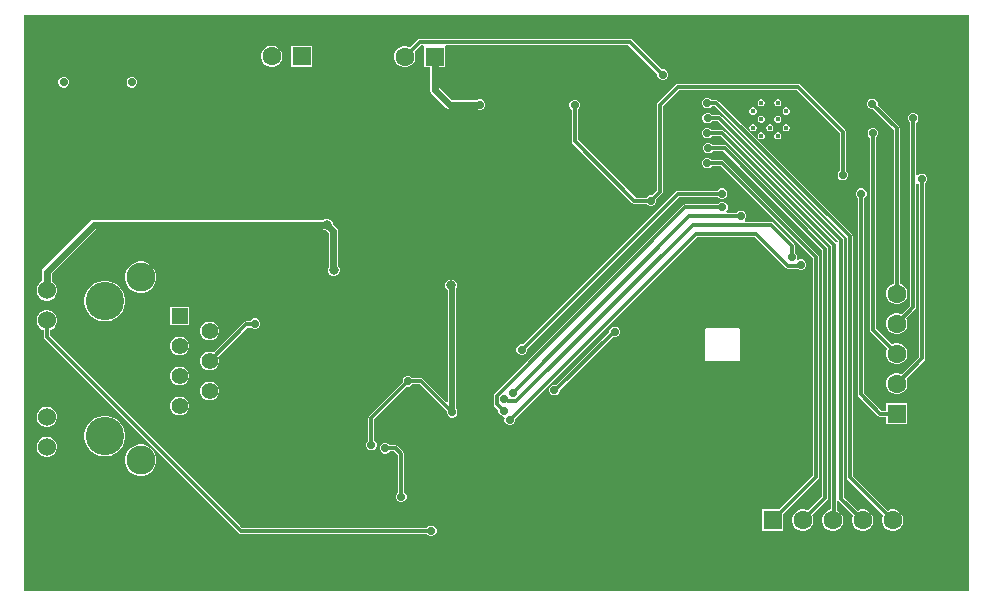
<source format=gbl>
G04*
G04 #@! TF.GenerationSoftware,Altium Limited,Altium Designer,24.9.1 (31)*
G04*
G04 Layer_Physical_Order=2*
G04 Layer_Color=16711680*
%FSTAX44Y44*%
%MOMM*%
G71*
G04*
G04 #@! TF.SameCoordinates,77538C0C-0C9F-436E-B66A-60309351D6FF*
G04*
G04*
G04 #@! TF.FilePolarity,Positive*
G04*
G01*
G75*
%ADD11C,0.3000*%
%ADD58C,0.6000*%
%ADD61C,0.5000*%
%ADD63C,0.4000*%
%ADD64R,1.3980X1.3980*%
%ADD65C,1.3980*%
%ADD66C,1.5300*%
%ADD67C,2.4450*%
%ADD68C,3.2500*%
%ADD69C,1.6000*%
%ADD70R,1.6000X1.6000*%
%ADD71R,1.6000X1.6000*%
%ADD72O,1.0500X2.1500*%
%ADD73O,1.0500X1.8500*%
%ADD74C,0.7000*%
%ADD75C,0.8000*%
G36*
X008001Y0D02*
X0D01*
Y0048768D01*
X008001D01*
Y0D01*
D02*
G37*
%LPC*%
G36*
X00244458Y00461374D02*
X00226458D01*
Y00443374D01*
X00244458D01*
Y00461374D01*
D02*
G37*
G36*
X00211243D02*
X00208873D01*
X00206584Y00460761D01*
X00204532Y00459576D01*
X00202856Y004579D01*
X00201671Y00455848D01*
X00201058Y00453559D01*
Y00451189D01*
X00201671Y004489D01*
X00202856Y00446848D01*
X00204532Y00445172D01*
X00206584Y00443987D01*
X00208873Y00443374D01*
X00211243D01*
X00213532Y00443987D01*
X00215584Y00445172D01*
X0021726Y00446848D01*
X00218445Y004489D01*
X00219058Y00451189D01*
Y00453559D01*
X00218445Y00455848D01*
X0021726Y004579D01*
X00215584Y00459576D01*
X00213532Y00460761D01*
X00211243Y00461374D01*
D02*
G37*
G36*
X0051308Y00467369D02*
X0033528D01*
X00334305Y00467175D01*
X00333478Y00466622D01*
X00326883Y00460028D01*
X00326054Y00460507D01*
X00323765Y0046112D01*
X00321395D01*
X00319106Y00460507D01*
X00317054Y00459322D01*
X00315378Y00457646D01*
X00314193Y00455594D01*
X0031358Y00453305D01*
Y00450935D01*
X00314193Y00448646D01*
X00315378Y00446594D01*
X00317054Y00444918D01*
X00319106Y00443733D01*
X00321395Y0044312D01*
X00323765D01*
X00326054Y00443733D01*
X00328106Y00444918D01*
X00329782Y00446594D01*
X00330967Y00448646D01*
X0033158Y00450935D01*
Y00453305D01*
X00330967Y00455594D01*
X00330488Y00456423D01*
X00336336Y00462271D01*
X00338138D01*
X0033898Y0046112D01*
X0033898Y00460771D01*
Y0044312D01*
X00343902D01*
Y0042418D01*
X00343902Y0042418D01*
X00344212Y00422619D01*
X00345096Y00421296D01*
X00357796Y00408596D01*
X00357796Y00408596D01*
X00359119Y00407712D01*
X0036068Y00407402D01*
X0036068Y00407402D01*
X00384167D01*
X00385185Y0040698D01*
X00386975D01*
X00388629Y00407665D01*
X00389895Y00408931D01*
X0039058Y00410585D01*
Y00412375D01*
X00389895Y00414029D01*
X00388629Y00415295D01*
X00386975Y0041598D01*
X00385185D01*
X00384167Y00415558D01*
X00362369D01*
X00352058Y00425869D01*
Y0044312D01*
X0035698D01*
Y00460771D01*
X0035698Y0046112D01*
X00357822Y00462271D01*
X00512024D01*
X0053652Y00437775D01*
X0053652Y00437775D01*
Y00435985D01*
X00537205Y00434331D01*
X00538471Y00433065D01*
X00540125Y0043238D01*
X00541915D01*
X00543569Y00433065D01*
X00544835Y00434331D01*
X0054552Y00435985D01*
Y00437775D01*
X00544835Y00439429D01*
X00543569Y00440695D01*
X00541915Y0044138D01*
X00540125D01*
X00540125Y0044138D01*
X00514882Y00466622D01*
X00514055Y00467175D01*
X0051308Y00467369D01*
D02*
G37*
G36*
X00092533Y00434852D02*
X00090743D01*
X00089089Y00434167D01*
X00087823Y00432901D01*
X00087138Y00431247D01*
Y00429457D01*
X00087823Y00427803D01*
X00089089Y00426537D01*
X00090743Y00425852D01*
X00092533D01*
X00094187Y00426537D01*
X00095453Y00427803D01*
X00096138Y00429457D01*
Y00431247D01*
X00095453Y00432901D01*
X00094187Y00434167D01*
X00092533Y00434852D01*
D02*
G37*
G36*
X00034733D02*
X00032943D01*
X00031289Y00434167D01*
X00030023Y00432901D01*
X00029338Y00431247D01*
Y00429457D01*
X00030023Y00427803D01*
X00031289Y00426537D01*
X00032943Y00425852D01*
X00034733D01*
X00036387Y00426537D01*
X00037653Y00427803D01*
X00038338Y00429457D01*
Y00431247D01*
X00037653Y00432901D01*
X00036387Y00434167D01*
X00034733Y00434852D01*
D02*
G37*
G36*
X00639157Y0041605D02*
X00637963D01*
X00636861Y00415593D01*
X00636017Y00414749D01*
X0063556Y00413647D01*
Y00412453D01*
X00636017Y00411351D01*
X00636861Y00410507D01*
X00637963Y0041005D01*
X00639157D01*
X00640259Y00410507D01*
X00641103Y00411351D01*
X0064156Y00412453D01*
Y00413647D01*
X00641103Y00414749D01*
X00640259Y00415593D01*
X00639157Y0041605D01*
D02*
G37*
G36*
X00625157D02*
X00623963D01*
X00622861Y00415593D01*
X00622017Y00414749D01*
X0062156Y00413647D01*
Y00412453D01*
X00622017Y00411351D01*
X00622861Y00410507D01*
X00623963Y0041005D01*
X00625157D01*
X00626259Y00410507D01*
X00627103Y00411351D01*
X0062756Y00412453D01*
Y00413647D01*
X00627103Y00414749D01*
X00626259Y00415593D01*
X00625157Y0041605D01*
D02*
G37*
G36*
X00646157Y0040905D02*
X00644963D01*
X00643861Y00408593D01*
X00643017Y00407749D01*
X0064256Y00406647D01*
Y00405453D01*
X00643017Y00404351D01*
X00643861Y00403507D01*
X00644963Y0040305D01*
X00646157D01*
X00647259Y00403507D01*
X00648103Y00404351D01*
X0064856Y00405453D01*
Y00406647D01*
X00648103Y00407749D01*
X00647259Y00408593D01*
X00646157Y0040905D01*
D02*
G37*
G36*
X00618157D02*
X00616963D01*
X00615861Y00408593D01*
X00615017Y00407749D01*
X0061456Y00406647D01*
Y00405453D01*
X00615017Y00404351D01*
X00615861Y00403507D01*
X00616963Y0040305D01*
X00618157D01*
X00619259Y00403507D01*
X00620103Y00404351D01*
X0062056Y00405453D01*
Y00406647D01*
X00620103Y00407749D01*
X00619259Y00408593D01*
X00618157Y0040905D01*
D02*
G37*
G36*
X00639157Y0040205D02*
X00637963D01*
X00636861Y00401593D01*
X00636017Y00400749D01*
X0063556Y00399647D01*
Y00398453D01*
X00636017Y00397351D01*
X00636861Y00396507D01*
X00637963Y0039605D01*
X00639157D01*
X00640259Y00396507D01*
X00641103Y00397351D01*
X0064156Y00398453D01*
Y00399647D01*
X00641103Y00400749D01*
X00640259Y00401593D01*
X00639157Y0040205D01*
D02*
G37*
G36*
X00625157D02*
X00623963D01*
X00622861Y00401593D01*
X00622017Y00400749D01*
X0062156Y00399647D01*
Y00398453D01*
X00622017Y00397351D01*
X00622861Y00396507D01*
X00623963Y0039605D01*
X00625157D01*
X00626259Y00396507D01*
X00627103Y00397351D01*
X0062756Y00398453D01*
Y00399647D01*
X00627103Y00400749D01*
X00626259Y00401593D01*
X00625157Y0040205D01*
D02*
G37*
G36*
X00646157Y0039505D02*
X00644963D01*
X00643861Y00394593D01*
X00643017Y00393749D01*
X0064256Y00392647D01*
Y00391453D01*
X00643017Y00390351D01*
X00643861Y00389507D01*
X00644963Y0038905D01*
X00646157D01*
X00647259Y00389507D01*
X00648103Y00390351D01*
X0064856Y00391453D01*
Y00392647D01*
X00648103Y00393749D01*
X00647259Y00394593D01*
X00646157Y0039505D01*
D02*
G37*
G36*
X00632157D02*
X00630963D01*
X00629861Y00394593D01*
X00629017Y00393749D01*
X0062856Y00392647D01*
Y00391453D01*
X00629017Y00390351D01*
X00629861Y00389507D01*
X00630963Y0038905D01*
X00632157D01*
X00633259Y00389507D01*
X00634103Y00390351D01*
X0063456Y00391453D01*
Y00392647D01*
X00634103Y00393749D01*
X00633259Y00394593D01*
X00632157Y0039505D01*
D02*
G37*
G36*
X00618157D02*
X00616963D01*
X00615861Y00394593D01*
X00615017Y00393749D01*
X0061456Y00392647D01*
Y00391453D01*
X00615017Y00390351D01*
X00615861Y00389507D01*
X00616963Y0038905D01*
X00618157D01*
X00619259Y00389507D01*
X00620103Y00390351D01*
X0062056Y00391453D01*
Y00392647D01*
X00620103Y00393749D01*
X00619259Y00394593D01*
X00618157Y0039505D01*
D02*
G37*
G36*
X00639157Y0038805D02*
X00637963D01*
X00636861Y00387593D01*
X00636017Y00386749D01*
X0063556Y00385647D01*
Y00384453D01*
X00636017Y00383351D01*
X00636861Y00382507D01*
X00637963Y0038205D01*
X00639157D01*
X00640259Y00382507D01*
X00641103Y00383351D01*
X0064156Y00384453D01*
Y00385647D01*
X00641103Y00386749D01*
X00640259Y00387593D01*
X00639157Y0038805D01*
D02*
G37*
G36*
X00625157D02*
X00623963D01*
X00622861Y00387593D01*
X00622017Y00386749D01*
X0062156Y00385647D01*
Y00384453D01*
X00622017Y00383351D01*
X00622861Y00382507D01*
X00623963Y0038205D01*
X00625157D01*
X00626259Y00382507D01*
X00627103Y00383351D01*
X0062756Y00384453D01*
Y00385647D01*
X00627103Y00386749D01*
X00626259Y00387593D01*
X00625157Y0038805D01*
D02*
G37*
G36*
X0065532Y00429269D02*
X0055372D01*
X00552744Y00429075D01*
X00551918Y00428522D01*
X00536678Y00413282D01*
X00536125Y00412455D01*
X00535931Y0041148D01*
Y00338944D01*
X00531721Y00334734D01*
X00531721Y00334734D01*
X00529931D01*
X00528277Y00334049D01*
X00527011Y00332783D01*
X00527011Y00332783D01*
X00518166D01*
X00468993Y00381956D01*
Y00407057D01*
X00468993Y00407057D01*
X00470259Y00408323D01*
X00470944Y00409977D01*
Y00411767D01*
X00470259Y00413421D01*
X00468993Y00414687D01*
X00467339Y00415372D01*
X00465549D01*
X00463895Y00414687D01*
X00462629Y00413421D01*
X00461944Y00411767D01*
Y00409977D01*
X00462629Y00408323D01*
X00463895Y00407057D01*
X00463895Y00407057D01*
Y003809D01*
X00464089Y00379925D01*
X00464642Y00379098D01*
X00515308Y00328432D01*
X00516135Y00327879D01*
X0051711Y00327685D01*
X00527011D01*
X00527011Y00327685D01*
X00528277Y00326419D01*
X00529931Y00325734D01*
X00531721D01*
X00533375Y00326419D01*
X00534641Y00327685D01*
X00535326Y00329339D01*
Y00331129D01*
X00535326Y00331129D01*
X00540282Y00336086D01*
X00540835Y00336913D01*
X00541029Y00337888D01*
Y00410424D01*
X00554776Y00424171D01*
X00654264D01*
X00691125Y0038731D01*
Y00355605D01*
X00691125Y00355605D01*
X00689859Y00354339D01*
X00689174Y00352685D01*
Y00350895D01*
X00689859Y00349241D01*
X00691125Y00347975D01*
X00692779Y0034729D01*
X00694569D01*
X00696223Y00347975D01*
X00697489Y00349241D01*
X00698174Y00350895D01*
Y00352685D01*
X00697489Y00354339D01*
X00696223Y00355605D01*
X00696223Y00355605D01*
Y00388366D01*
X00696029Y00389341D01*
X00695476Y00390168D01*
X00657122Y00428522D01*
X00656295Y00429075D01*
X0065532Y00429269D01*
D02*
G37*
G36*
X00592207Y00340542D02*
X00590417D01*
X00588763Y00339857D01*
X00587497Y00338591D01*
X00587497Y00338591D01*
X0055372D01*
X00552745Y00338397D01*
X00551918Y00337844D01*
X00422535Y00208462D01*
X00422535Y00208462D01*
X00420745D01*
X00419091Y00207777D01*
X00417825Y00206511D01*
X0041714Y00204857D01*
Y00203067D01*
X00417825Y00201413D01*
X00419091Y00200147D01*
X00420745Y00199462D01*
X00422535D01*
X00424189Y00200147D01*
X00425455Y00201413D01*
X0042614Y00203067D01*
Y00204857D01*
X0042614Y00204857D01*
X00554776Y00333493D01*
X00587497D01*
X00587497Y00333493D01*
X00588763Y00332227D01*
X00590417Y00331542D01*
X00592207D01*
X00593861Y00332227D01*
X00595127Y00333493D01*
X00595812Y00335147D01*
Y00336937D01*
X00595127Y00338591D01*
X00593861Y00339857D01*
X00592207Y00340542D01*
D02*
G37*
G36*
X00257535Y0031488D02*
X00255545D01*
X00253708Y00314119D01*
X00253547Y00313958D01*
X00059436D01*
X00059436Y00313958D01*
X00057875Y00313648D01*
X00056552Y00312764D01*
X00056552Y00312764D01*
X00016696Y00272908D01*
X00015812Y00271585D01*
X00015502Y00270024D01*
X00015502Y00270024D01*
Y00261843D01*
X00014269Y00261132D01*
X00012658Y00259521D01*
X0001152Y00257549D01*
X0001093Y00255349D01*
Y00253071D01*
X0001152Y00250871D01*
X00012658Y00248899D01*
X00014269Y00247288D01*
X00016241Y0024615D01*
X00018441Y0024556D01*
X00020719D01*
X00022919Y0024615D01*
X00024891Y00247288D01*
X00026502Y00248899D01*
X00027641Y00250871D01*
X0002823Y00253071D01*
Y00255349D01*
X00027641Y00257549D01*
X00026502Y00259521D01*
X00024891Y00261132D01*
X00023658Y00261843D01*
Y00268335D01*
X00061125Y00305802D01*
X00253547D01*
X00253708Y00305641D01*
X00255545Y0030488D01*
X00255772D01*
X00258175Y00302477D01*
Y00273568D01*
X00257636Y00272267D01*
Y00270277D01*
X00258397Y0026844D01*
X00259804Y00267033D01*
X00261641Y00266272D01*
X00263631D01*
X00265468Y00267033D01*
X00266875Y0026844D01*
X00267636Y00270277D01*
Y00272267D01*
X00266875Y00274104D01*
X00266332Y00274647D01*
Y00304167D01*
X00266021Y00305727D01*
X00265137Y0030705D01*
X00265137Y0030705D01*
X0026154Y00310648D01*
Y00310875D01*
X00260779Y00312712D01*
X00259372Y00314119D01*
X00257535Y0031488D01*
D02*
G37*
G36*
X00580015Y0040455D02*
X00578225D01*
X00576571Y00403865D01*
X00575305Y00402599D01*
X0057462Y00400945D01*
Y00399155D01*
X00575305Y00397501D01*
X00576571Y00396235D01*
X00578225Y0039555D01*
X00580015D01*
X00581669Y00396235D01*
X00582935Y00397501D01*
X00582935Y00397501D01*
X00587716D01*
X00689314Y00295903D01*
X00689207Y00295385D01*
X00687582Y00294939D01*
X00593368Y00389152D01*
X00592542Y00389705D01*
X00591566Y00389899D01*
X00582681D01*
X00582681Y00389899D01*
X00581415Y00391165D01*
X00579761Y0039185D01*
X00577971D01*
X00576317Y00391165D01*
X00575051Y00389899D01*
X00574366Y00388245D01*
Y00386455D01*
X00575051Y00384801D01*
X00576317Y00383535D01*
X00577971Y0038285D01*
X00579761D01*
X00581415Y00383535D01*
X00582681Y00384801D01*
X00582681Y00384801D01*
X0059051D01*
X00683759Y00291552D01*
Y00068665D01*
X00681564Y00068077D01*
X00679512Y00066892D01*
X00677836Y00065216D01*
X00676651Y00063164D01*
X00676038Y00060875D01*
Y00058505D01*
X00676651Y00056216D01*
X00677836Y00054164D01*
X00679512Y00052488D01*
X00681564Y00051303D01*
X00683853Y0005069D01*
X00686223D01*
X00688512Y00051303D01*
X00690564Y00052488D01*
X0069224Y00054164D01*
X00693425Y00056216D01*
X00694038Y00058505D01*
Y00060875D01*
X00693425Y00063164D01*
X0069224Y00065216D01*
X00690564Y00066892D01*
X00688857Y00067877D01*
Y00075833D01*
X00690357Y00076288D01*
X00690602Y00075922D01*
X0070253Y00063993D01*
X00702051Y00063164D01*
X00701438Y00060875D01*
Y00058505D01*
X00702051Y00056216D01*
X00703236Y00054164D01*
X00704912Y00052488D01*
X00706964Y00051303D01*
X00709253Y0005069D01*
X00711623D01*
X00713912Y00051303D01*
X00715964Y00052488D01*
X0071764Y00054164D01*
X00718825Y00056216D01*
X00719438Y00058505D01*
Y00060875D01*
X00718825Y00063164D01*
X0071764Y00065216D01*
X00715964Y00066892D01*
X00713912Y00068077D01*
X00711623Y0006869D01*
X00709253D01*
X00706964Y00068077D01*
X00706135Y00067598D01*
X00694953Y0007878D01*
Y00296418D01*
X00694759Y00297393D01*
X00694206Y0029822D01*
X00590574Y00401852D01*
X00589748Y00402405D01*
X00588772Y00402599D01*
X00582935D01*
X00582935Y00402599D01*
X00581669Y00403865D01*
X00580015Y0040455D01*
D02*
G37*
G36*
X00592461Y00328858D02*
X00590671D01*
X00589017Y00328173D01*
X00587751Y00326907D01*
X00587751Y00326907D01*
X00559713D01*
X00558737Y00326713D01*
X0055791Y0032616D01*
X00398598Y00166848D01*
X00398045Y00166021D01*
X00397851Y00165045D01*
Y001584D01*
X00398045Y00157425D01*
X00398598Y00156598D01*
X004019Y00153295D01*
X004019Y00153295D01*
Y00151505D01*
X00402585Y00149851D01*
X00403851Y00148585D01*
X00405505Y001479D01*
X00406278D01*
X0040728Y001464D01*
X0040698Y00145675D01*
Y00143885D01*
X00407665Y00142231D01*
X00408931Y00140965D01*
X00410585Y0014028D01*
X00412375D01*
X00414029Y00140965D01*
X00415295Y00142231D01*
X0041598Y00143885D01*
Y00145675D01*
X0041598Y00145675D01*
X00570016Y00299711D01*
X0061931D01*
X00645745Y00273276D01*
X00646572Y00272724D01*
X00647547Y0027253D01*
X0065481D01*
X00655311Y00272029D01*
X00656965Y00271344D01*
X00658755D01*
X00660409Y00272029D01*
X00661675Y00273295D01*
X0066236Y00274949D01*
Y00276739D01*
X00661675Y00278393D01*
X00660409Y00279659D01*
X00658755Y00280344D01*
X00656965D01*
X00655941Y0027992D01*
X00654793Y00281068D01*
X00654994Y00281553D01*
Y00283343D01*
X00654309Y00284997D01*
X00653195Y00286111D01*
Y00291948D01*
X00653001Y00292924D01*
X00652448Y0029375D01*
X00634516Y00311682D01*
X00633689Y00312235D01*
X00632714Y00312429D01*
X00610982D01*
X00610361Y00313929D01*
X00611129Y00314697D01*
X00611814Y00316351D01*
Y00318141D01*
X00611129Y00319795D01*
X00609863Y00321061D01*
X00608209Y00321746D01*
X00606419D01*
X00604765Y00321061D01*
X00603623Y00319919D01*
X00595612D01*
X00594991Y00321419D01*
X00595381Y00321809D01*
X00596066Y00323463D01*
Y00325253D01*
X00595381Y00326907D01*
X00594115Y00328173D01*
X00592461Y00328858D01*
D02*
G37*
G36*
X00100821Y00278635D02*
X00097339D01*
X00093975Y00277734D01*
X0009096Y00275993D01*
X00088497Y0027353D01*
X00086756Y00270515D01*
X00085855Y00267151D01*
Y00263669D01*
X00086756Y00260305D01*
X00088497Y0025729D01*
X0009096Y00254827D01*
X00093975Y00253086D01*
X00097339Y00252185D01*
X00100821D01*
X00104185Y00253086D01*
X001072Y00254827D01*
X00109663Y0025729D01*
X00111404Y00260305D01*
X00112305Y00263669D01*
Y00267151D01*
X00111404Y00270515D01*
X00109663Y0027353D01*
X001072Y00275993D01*
X00104185Y00277734D01*
X00100821Y00278635D01*
D02*
G37*
G36*
X00719461Y00416488D02*
X00717671D01*
X00716017Y00415803D01*
X00714751Y00414537D01*
X00714066Y00412883D01*
Y00411093D01*
X00714751Y00409439D01*
X00716017Y00408173D01*
X00717671Y00407488D01*
X00719461D01*
X00719461Y00407488D01*
X00736591Y00390358D01*
Y00260095D01*
X00735666Y00259847D01*
X00733614Y00258662D01*
X00731938Y00256986D01*
X00730753Y00254934D01*
X0073014Y00252645D01*
Y00250275D01*
X00730753Y00247986D01*
X00731938Y00245934D01*
X00733614Y00244258D01*
X00735666Y00243073D01*
X00737955Y0024246D01*
X00740325D01*
X00742614Y00243073D01*
X00744666Y00244258D01*
X00746342Y00245934D01*
X00747527Y00247986D01*
X0074814Y00250275D01*
Y00252645D01*
X00747527Y00254934D01*
X00746342Y00256986D01*
X00744666Y00258662D01*
X00742614Y00259847D01*
X00741689Y00260095D01*
Y00391414D01*
X00741495Y00392389D01*
X00740942Y00393216D01*
X00723066Y00411093D01*
X00723066Y00411093D01*
Y00412883D01*
X00722381Y00414537D01*
X00721115Y00415803D01*
X00719461Y00416488D01*
D02*
G37*
G36*
X00070279Y0026236D02*
X00066881D01*
X00063548Y00261697D01*
X00060409Y00260397D01*
X00057584Y00258509D01*
X00055181Y00256106D01*
X00053293Y00253281D01*
X00051993Y00250142D01*
X0005133Y00246809D01*
Y00243411D01*
X00051993Y00240078D01*
X00053293Y00236939D01*
X00055181Y00234114D01*
X00057584Y00231711D01*
X00060409Y00229823D01*
X00063548Y00228523D01*
X00066881Y0022786D01*
X00070279D01*
X00073612Y00228523D01*
X00076751Y00229823D01*
X00079576Y00231711D01*
X00081979Y00234114D01*
X00083867Y00236939D01*
X00085167Y00240078D01*
X0008583Y00243411D01*
Y00246809D01*
X00085167Y00250142D01*
X00083867Y00253281D01*
X00081979Y00256106D01*
X00079576Y00258509D01*
X00076751Y00260397D01*
X00073612Y00261697D01*
X00070279Y0026236D01*
D02*
G37*
G36*
X0014007Y0024045D02*
X0012409D01*
Y0022447D01*
X0014007D01*
Y0024045D01*
D02*
G37*
G36*
X00196475Y0023056D02*
X00194685D01*
X00193031Y00229875D01*
X00191765Y00228609D01*
X00191448Y00227844D01*
X00188415D01*
X00187439Y0022765D01*
X00186612Y00227097D01*
X00161044Y00201528D01*
X00160564Y00201805D01*
X00158532Y0020235D01*
X00156428D01*
X00154396Y00201805D01*
X00152574Y00200754D01*
X00151086Y00199266D01*
X00150035Y00197444D01*
X0014949Y00195412D01*
Y00193308D01*
X00150035Y00191276D01*
X00151086Y00189454D01*
X00152574Y00187966D01*
X00154396Y00186915D01*
X00156428Y0018637D01*
X00158532D01*
X00160564Y00186915D01*
X00162386Y00187966D01*
X00163874Y00189454D01*
X00164925Y00191276D01*
X0016547Y00193308D01*
Y00195412D01*
X00164925Y00197444D01*
X00164648Y00197924D01*
X0018947Y00222746D01*
X0019253D01*
X00193031Y00222245D01*
X00194685Y0022156D01*
X00196475D01*
X00198129Y00222245D01*
X00199395Y00223511D01*
X0020008Y00225165D01*
Y00226955D01*
X00199395Y00228609D01*
X00198129Y00229875D01*
X00196475Y0023056D01*
D02*
G37*
G36*
X00501175Y00223548D02*
X00499385D01*
X00497731Y00222863D01*
X00496465Y00221597D01*
X0049578Y00219943D01*
Y00218942D01*
X00450847Y00174009D01*
X00450289Y0017424D01*
X00448499D01*
X00446845Y00173555D01*
X00445579Y00172289D01*
X00444894Y00170635D01*
Y00168845D01*
X00445579Y00167191D01*
X00446845Y00165925D01*
X00448499Y0016524D01*
X00450289D01*
X00451943Y00165925D01*
X00453209Y00167191D01*
X00453894Y00168845D01*
Y00169846D01*
X00498827Y00214779D01*
X00499385Y00214548D01*
X00501175D01*
X00502829Y00215233D01*
X00504095Y00216499D01*
X0050478Y00218153D01*
Y00219943D01*
X00504095Y00221597D01*
X00502829Y00222863D01*
X00501175Y00223548D01*
D02*
G37*
G36*
X00158532Y0022775D02*
X00156428D01*
X00154396Y00227206D01*
X00152574Y00226154D01*
X00151086Y00224666D01*
X00150035Y00222844D01*
X0014949Y00220812D01*
Y00218708D01*
X00150035Y00216676D01*
X00151086Y00214854D01*
X00152574Y00213366D01*
X00154396Y00212314D01*
X00156428Y0021177D01*
X00158532D01*
X00160564Y00212314D01*
X00162386Y00213366D01*
X00163874Y00214854D01*
X00164925Y00216676D01*
X0016547Y00218708D01*
Y00220812D01*
X00164925Y00222844D01*
X00163874Y00224666D01*
X00162386Y00226154D01*
X00160564Y00227206D01*
X00158532Y0022775D01*
D02*
G37*
G36*
X00133132Y0021505D02*
X00131028D01*
X00128996Y00214506D01*
X00127174Y00213454D01*
X00125686Y00211966D01*
X00124635Y00210144D01*
X0012409Y00208112D01*
Y00206008D01*
X00124635Y00203976D01*
X00125686Y00202154D01*
X00127174Y00200666D01*
X00128996Y00199615D01*
X00131028Y0019907D01*
X00133132D01*
X00135164Y00199615D01*
X00136986Y00200666D01*
X00138474Y00202154D01*
X00139525Y00203976D01*
X0014007Y00206008D01*
Y00208112D01*
X00139525Y00210144D01*
X00138474Y00211966D01*
X00136986Y00213454D01*
X00135164Y00214506D01*
X00133132Y0021505D01*
D02*
G37*
G36*
X0060532Y00222362D02*
X0057832D01*
X00577555Y00222045D01*
X00577238Y0022128D01*
Y0019528D01*
X00577555Y00194515D01*
X0057832Y00194198D01*
X0060532D01*
X00606085Y00194515D01*
X00606402Y0019528D01*
Y0022128D01*
X00606085Y00222045D01*
X0060532Y00222362D01*
D02*
G37*
G36*
X00719969Y0039185D02*
X00718179D01*
X00716525Y00391165D01*
X00715259Y00389899D01*
X00714574Y00388245D01*
Y00386455D01*
X00715259Y00384801D01*
X00716525Y00383535D01*
X00716525Y00383535D01*
Y00220726D01*
X00716719Y0021975D01*
X00717272Y00218924D01*
X00731232Y00204963D01*
X00730753Y00204134D01*
X0073014Y00201845D01*
Y00199475D01*
X00730753Y00197186D01*
X00731938Y00195134D01*
X00733614Y00193458D01*
X00735666Y00192273D01*
X00737955Y0019166D01*
X00740325D01*
X00742614Y00192273D01*
X00744666Y00193458D01*
X00746342Y00195134D01*
X00747527Y00197186D01*
X0074814Y00199475D01*
Y00201845D01*
X00747527Y00204134D01*
X00746342Y00206186D01*
X00744666Y00207862D01*
X00742614Y00209047D01*
X00740325Y0020966D01*
X00737955D01*
X00735666Y00209047D01*
X00734837Y00208568D01*
X00721623Y00221782D01*
Y00383535D01*
X00721623Y00383535D01*
X00722889Y00384801D01*
X00723574Y00386455D01*
Y00388245D01*
X00722889Y00389899D01*
X00721623Y00391165D01*
X00719969Y0039185D01*
D02*
G37*
G36*
X00754005Y0040455D02*
X00752215D01*
X00750561Y00403865D01*
X00749295Y00402599D01*
X0074861Y00400945D01*
Y00399155D01*
X00749295Y00397501D01*
X00750561Y00396235D01*
X00750561Y00396235D01*
Y00241086D01*
X00743443Y00233968D01*
X00742614Y00234447D01*
X00740325Y0023506D01*
X00737955D01*
X00735666Y00234447D01*
X00733614Y00233262D01*
X00731938Y00231586D01*
X00730753Y00229534D01*
X0073014Y00227245D01*
Y00224875D01*
X00730753Y00222586D01*
X00731938Y00220534D01*
X00733614Y00218858D01*
X00735666Y00217673D01*
X00737955Y0021706D01*
X00740325D01*
X00742614Y00217673D01*
X00744666Y00218858D01*
X00746342Y00220534D01*
X00747527Y00222586D01*
X0074814Y00224875D01*
Y00227245D01*
X00747527Y00229534D01*
X00747048Y00230363D01*
X00754912Y00238228D01*
X00755465Y00239055D01*
X00755659Y0024003D01*
Y0034419D01*
X00757143Y00344859D01*
X00757927Y00344249D01*
Y00197652D01*
X00743443Y00183168D01*
X00742614Y00183647D01*
X00740325Y0018426D01*
X00737955D01*
X00735666Y00183647D01*
X00733614Y00182462D01*
X00731938Y00180786D01*
X00730753Y00178734D01*
X0073014Y00176445D01*
Y00174075D01*
X00730753Y00171786D01*
X00731938Y00169734D01*
X00733614Y00168058D01*
X00735666Y00166873D01*
X00737955Y0016626D01*
X00740325D01*
X00742614Y00166873D01*
X00744666Y00168058D01*
X00746342Y00169734D01*
X00747527Y00171786D01*
X0074814Y00174075D01*
Y00176445D01*
X00747527Y00178734D01*
X00747048Y00179563D01*
X00762278Y00194794D01*
X00762831Y00195621D01*
X00763025Y00196596D01*
Y00344673D01*
X00763025Y00344673D01*
X00764291Y00345939D01*
X00764976Y00347593D01*
Y00349383D01*
X00764291Y00351037D01*
X00763025Y00352303D01*
X00761371Y00352988D01*
X00759581D01*
X00757927Y00352303D01*
X00757159Y00351535D01*
X00755659Y00352156D01*
Y00396235D01*
X00755659Y00396235D01*
X00756925Y00397501D01*
X0075761Y00399155D01*
Y00400945D01*
X00756925Y00402599D01*
X00755659Y00403865D01*
X00754005Y0040455D01*
D02*
G37*
G36*
X00133132Y0018965D02*
X00131028D01*
X00128996Y00189105D01*
X00127174Y00188054D01*
X00125686Y00186566D01*
X00124635Y00184744D01*
X0012409Y00182712D01*
Y00180608D01*
X00124635Y00178576D01*
X00125686Y00176754D01*
X00127174Y00175266D01*
X00128996Y00174214D01*
X00131028Y0017367D01*
X00133132D01*
X00135164Y00174214D01*
X00136986Y00175266D01*
X00138474Y00176754D01*
X00139525Y00178576D01*
X0014007Y00180608D01*
Y00182712D01*
X00139525Y00184744D01*
X00138474Y00186566D01*
X00136986Y00188054D01*
X00135164Y00189105D01*
X00133132Y0018965D01*
D02*
G37*
G36*
X00158532Y0017695D02*
X00156428D01*
X00154396Y00176406D01*
X00152574Y00175354D01*
X00151086Y00173866D01*
X00150035Y00172044D01*
X0014949Y00170012D01*
Y00167908D01*
X00150035Y00165876D01*
X00151086Y00164054D01*
X00152574Y00162566D01*
X00154396Y00161514D01*
X00156428Y0016097D01*
X00158532D01*
X00160564Y00161514D01*
X00162386Y00162566D01*
X00163874Y00164054D01*
X00164925Y00165876D01*
X0016547Y00167908D01*
Y00170012D01*
X00164925Y00172044D01*
X00163874Y00173866D01*
X00162386Y00175354D01*
X00160564Y00176406D01*
X00158532Y0017695D01*
D02*
G37*
G36*
X00362945Y00263318D02*
X00360955D01*
X00359118Y00262557D01*
X00357711Y0026115D01*
X0035695Y00259313D01*
Y00257323D01*
X00357711Y00255486D01*
X00359118Y00254079D01*
X00359143Y00254069D01*
Y00160009D01*
X00357758Y00159435D01*
X00338098Y00179094D01*
X00337271Y00179647D01*
X00336296Y00179841D01*
X00329189D01*
X00329189Y00179841D01*
X00327923Y00181107D01*
X00326269Y00181792D01*
X00324479D01*
X00322825Y00181107D01*
X00321559Y00179841D01*
X00320874Y00178187D01*
Y00176397D01*
X00320874Y00176397D01*
X00292584Y00148106D01*
X00292031Y0014728D01*
X00291837Y00146304D01*
Y00127005D01*
X00291837Y00127005D01*
X00290571Y00125739D01*
X00289886Y00124085D01*
Y00122295D01*
X00290571Y00120641D01*
X00291837Y00119375D01*
X00293491Y0011869D01*
X00295281D01*
X00296935Y00119375D01*
X00298201Y00120641D01*
X00298886Y00122295D01*
Y00124085D01*
X00298201Y00125739D01*
X00296935Y00127005D01*
X00296935Y00127005D01*
Y00145248D01*
X00324479Y00172792D01*
X00324479Y00172792D01*
X00326269D01*
X00327923Y00173477D01*
X00329189Y00174743D01*
X00329189Y00174743D01*
X0033524D01*
X00358212Y00151771D01*
X00358212Y00151771D01*
Y00149981D01*
X00358897Y00148327D01*
X00360163Y00147061D01*
X00361817Y00146376D01*
X00363607D01*
X00365261Y00147061D01*
X00366527Y00148327D01*
X00367212Y00149981D01*
Y00151771D01*
X00366527Y00153425D01*
X00366281Y00153671D01*
Y00255707D01*
X0036695Y00257323D01*
Y00259313D01*
X00366189Y0026115D01*
X00364782Y00262557D01*
X00362945Y00263318D01*
D02*
G37*
G36*
X00133132Y0016425D02*
X00131028D01*
X00128996Y00163706D01*
X00127174Y00162654D01*
X00125686Y00161166D01*
X00124635Y00159344D01*
X0012409Y00157312D01*
Y00155208D01*
X00124635Y00153176D01*
X00125686Y00151354D01*
X00127174Y00149866D01*
X00128996Y00148814D01*
X00131028Y0014827D01*
X00133132D01*
X00135164Y00148814D01*
X00136986Y00149866D01*
X00138474Y00151354D01*
X00139525Y00153176D01*
X0014007Y00155208D01*
Y00157312D01*
X00139525Y00159344D01*
X00138474Y00161166D01*
X00136986Y00162654D01*
X00135164Y00163706D01*
X00133132Y0016425D01*
D02*
G37*
G36*
X00710063Y00340542D02*
X00708273D01*
X00706619Y00339857D01*
X00705353Y00338591D01*
X00704668Y00336937D01*
Y00335147D01*
X00705353Y00333493D01*
X00706619Y00332227D01*
X00706619Y00332227D01*
Y00166116D01*
X00706813Y0016514D01*
X00707366Y00164314D01*
X00723622Y00148058D01*
X00724449Y00147505D01*
X00725424Y00147311D01*
X0073014D01*
Y0014086D01*
X0074814D01*
Y0015886D01*
X0073014D01*
Y00152409D01*
X0072648D01*
X00711717Y00167172D01*
Y00332227D01*
X00711717Y00332227D01*
X00712983Y00333493D01*
X00713668Y00335147D01*
Y00336937D01*
X00712983Y00338591D01*
X00711717Y00339857D01*
X00710063Y00340542D01*
D02*
G37*
G36*
X00020719Y0015576D02*
X00018441D01*
X00016241Y0015517D01*
X00014269Y00154032D01*
X00012658Y00152421D01*
X0001152Y00150449D01*
X0001093Y00148249D01*
Y00145971D01*
X0001152Y00143771D01*
X00012658Y00141799D01*
X00014269Y00140188D01*
X00016241Y0013905D01*
X00018441Y0013846D01*
X00020719D01*
X00022919Y0013905D01*
X00024891Y00140188D01*
X00026502Y00141799D01*
X00027641Y00143771D01*
X0002823Y00145971D01*
Y00148249D01*
X00027641Y00150449D01*
X00026502Y00152421D01*
X00024891Y00154032D01*
X00022919Y0015517D01*
X00020719Y0015576D01*
D02*
G37*
G36*
X00070279Y0014806D02*
X00066881D01*
X00063548Y00147397D01*
X00060409Y00146097D01*
X00057584Y00144209D01*
X00055181Y00141806D01*
X00053293Y00138981D01*
X00051993Y00135842D01*
X0005133Y00132509D01*
Y00129111D01*
X00051993Y00125778D01*
X00053293Y00122639D01*
X00055181Y00119814D01*
X00057584Y00117411D01*
X00060409Y00115523D01*
X00063548Y00114223D01*
X00066881Y0011356D01*
X00070279D01*
X00073612Y00114223D01*
X00076751Y00115523D01*
X00079576Y00117411D01*
X00081979Y00119814D01*
X00083867Y00122639D01*
X00085167Y00125778D01*
X0008583Y00129111D01*
Y00132509D01*
X00085167Y00135842D01*
X00083867Y00138981D01*
X00081979Y00141806D01*
X00079576Y00144209D01*
X00076751Y00146097D01*
X00073612Y00147397D01*
X00070279Y0014806D01*
D02*
G37*
G36*
X00020719Y0013036D02*
X00018441D01*
X00016241Y0012977D01*
X00014269Y00128632D01*
X00012658Y00127021D01*
X0001152Y00125049D01*
X0001093Y00122849D01*
Y00120571D01*
X0001152Y00118371D01*
X00012658Y00116399D01*
X00014269Y00114788D01*
X00016241Y0011365D01*
X00018441Y0011306D01*
X00020719D01*
X00022919Y0011365D01*
X00024891Y00114788D01*
X00026502Y00116399D01*
X00027641Y00118371D01*
X0002823Y00120571D01*
Y00122849D01*
X00027641Y00125049D01*
X00026502Y00127021D01*
X00024891Y00128632D01*
X00022919Y0012977D01*
X00020719Y0013036D01*
D02*
G37*
G36*
X00100821Y00123735D02*
X00097339D01*
X00093975Y00122834D01*
X0009096Y00121093D01*
X00088497Y0011863D01*
X00086756Y00115615D01*
X00085855Y00112251D01*
Y00108769D01*
X00086756Y00105405D01*
X00088497Y0010239D01*
X0009096Y00099927D01*
X00093975Y00098186D01*
X00097339Y00097285D01*
X00100821D01*
X00104185Y00098186D01*
X001072Y00099927D01*
X00109663Y0010239D01*
X00111404Y00105405D01*
X00112305Y00108769D01*
Y00112251D01*
X00111404Y00115615D01*
X00109663Y0011863D01*
X001072Y00121093D01*
X00104185Y00122834D01*
X00100821Y00123735D01*
D02*
G37*
G36*
X00306965Y00124896D02*
X00305175D01*
X00303521Y00124211D01*
X00302255Y00122945D01*
X0030157Y00121291D01*
Y00119501D01*
X00302255Y00117847D01*
X00303521Y00116581D01*
X00305175Y00115896D01*
X00306965D01*
X00308619Y00116581D01*
X00309885Y00117847D01*
X00309885Y00117847D01*
X00313904D01*
X00317137Y00114614D01*
Y00083163D01*
X00317137Y00083163D01*
X00315871Y00081897D01*
X00315186Y00080243D01*
Y00078453D01*
X00315871Y00076799D01*
X00317137Y00075533D01*
X00318791Y00074848D01*
X00320581D01*
X00322235Y00075533D01*
X00323501Y00076799D01*
X00324186Y00078453D01*
Y00080243D01*
X00323501Y00081897D01*
X00322235Y00083163D01*
X00322235Y00083163D01*
Y0011567D01*
X00322041Y00116645D01*
X00321488Y00117472D01*
X00316762Y00122198D01*
X00315935Y00122751D01*
X0031496Y00122945D01*
X00309885D01*
X00309885Y00122945D01*
X00308619Y00124211D01*
X00306965Y00124896D01*
D02*
G37*
G36*
X00580523Y0037915D02*
X00578733D01*
X00577079Y00378465D01*
X00575813Y00377199D01*
X00575128Y00375545D01*
Y00373755D01*
X00575813Y00372101D01*
X00577079Y00370835D01*
X00578733Y0037015D01*
X00580523D01*
X00582177Y00370835D01*
X00583443Y00372101D01*
X00583443Y00372101D01*
X00592542D01*
X00676139Y00288504D01*
Y00079796D01*
X00663941Y00067598D01*
X00663112Y00068077D01*
X00660823Y0006869D01*
X00658453D01*
X00656164Y00068077D01*
X00654112Y00066892D01*
X00652436Y00065216D01*
X00651251Y00063164D01*
X00650638Y00060875D01*
Y00058505D01*
X00651251Y00056216D01*
X00652436Y00054164D01*
X00654112Y00052488D01*
X00656164Y00051303D01*
X00658453Y0005069D01*
X00660823D01*
X00663112Y00051303D01*
X00665164Y00052488D01*
X0066684Y00054164D01*
X00668025Y00056216D01*
X00668638Y00058505D01*
Y00060875D01*
X00668025Y00063164D01*
X00667546Y00063993D01*
X0068049Y00076938D01*
X00681043Y00077765D01*
X00681237Y0007874D01*
Y0028956D01*
X00681043Y00290535D01*
X0068049Y00291362D01*
X005954Y00376452D01*
X00594574Y00377005D01*
X00593598Y00377199D01*
X00583443D01*
X00583443Y00377199D01*
X00582177Y00378465D01*
X00580523Y0037915D01*
D02*
G37*
G36*
X00579507Y0041725D02*
X00577717D01*
X00576063Y00416565D01*
X00574797Y00415299D01*
X00574112Y00413645D01*
Y00411855D01*
X00574797Y00410201D01*
X00576063Y00408935D01*
X00577717Y0040825D01*
X00579507D01*
X00581161Y00408935D01*
X00582427Y00410201D01*
X00582427Y00410201D01*
X0058543D01*
X00696713Y00298918D01*
Y00096266D01*
X00696907Y0009529D01*
X0069746Y00094464D01*
X0072793Y00063993D01*
X00727451Y00063164D01*
X00726838Y00060875D01*
Y00058505D01*
X00727451Y00056216D01*
X00728636Y00054164D01*
X00730312Y00052488D01*
X00732364Y00051303D01*
X00734653Y0005069D01*
X00737023D01*
X00739312Y00051303D01*
X00741364Y00052488D01*
X0074304Y00054164D01*
X00744225Y00056216D01*
X00744838Y00058505D01*
Y00060875D01*
X00744225Y00063164D01*
X0074304Y00065216D01*
X00741364Y00066892D01*
X00739312Y00068077D01*
X00737023Y0006869D01*
X00734653D01*
X00732364Y00068077D01*
X00731535Y00067598D01*
X00701811Y00097322D01*
Y00299974D01*
X00701617Y00300949D01*
X00701064Y00301776D01*
X00588288Y00414552D01*
X00587462Y00415105D01*
X00586486Y00415299D01*
X00582427D01*
X00582427Y00415299D01*
X00581161Y00416565D01*
X00579507Y0041725D01*
D02*
G37*
G36*
X00579761Y0036645D02*
X00577971D01*
X00576317Y00365765D01*
X00575051Y00364499D01*
X00574366Y00362845D01*
Y00361055D01*
X00575051Y00359401D01*
X00576317Y00358135D01*
X00577971Y0035745D01*
X00579761D01*
X00581415Y00358135D01*
X00582681Y00359401D01*
X00582681Y00359401D01*
X0059051D01*
X00668265Y00281646D01*
Y00097322D01*
X00639633Y0006869D01*
X00625238D01*
Y0005069D01*
X00643238D01*
Y00065085D01*
X00672616Y00094464D01*
X00673169Y00095291D01*
X00673363Y00096266D01*
Y00282702D01*
X00673169Y00283677D01*
X00672616Y00284504D01*
X00593368Y00363752D01*
X00592542Y00364305D01*
X00591566Y00364499D01*
X00582681D01*
X00582681Y00364499D01*
X00581415Y00365765D01*
X00579761Y0036645D01*
D02*
G37*
G36*
X00020719Y0023746D02*
X00018441D01*
X00016241Y0023687D01*
X00014269Y00235732D01*
X00012658Y00234121D01*
X0001152Y00232149D01*
X0001093Y00229949D01*
Y00227671D01*
X0001152Y00225471D01*
X00012658Y00223499D01*
X00014269Y00221888D01*
X00016241Y00220749D01*
X00017031Y00220538D01*
Y00215116D01*
X00017225Y0021414D01*
X00017778Y00213314D01*
X00182298Y00048794D01*
X00183125Y00048241D01*
X001841Y00048047D01*
X00341421D01*
X00341421Y00048047D01*
X00342687Y00046781D01*
X00344341Y00046096D01*
X00346131D01*
X00347785Y00046781D01*
X00349051Y00048047D01*
X00349736Y00049701D01*
Y00051491D01*
X00349051Y00053145D01*
X00347785Y00054411D01*
X00346131Y00055096D01*
X00344341D01*
X00342687Y00054411D01*
X00341421Y00053145D01*
X00341421Y00053145D01*
X00185156D01*
X00022129Y00216172D01*
Y00220538D01*
X00022919Y00220749D01*
X00024891Y00221888D01*
X00026502Y00223499D01*
X00027641Y00225471D01*
X0002823Y00227671D01*
Y00229949D01*
X00027641Y00232149D01*
X00026502Y00234121D01*
X00024891Y00235732D01*
X00022919Y0023687D01*
X00020719Y0023746D01*
D02*
G37*
%LPD*%
D11*
X00294386Y00146304D02*
X00325374Y00177292D01*
X00294386Y0012319D02*
Y00146304D01*
X00325374Y00177292D02*
X00336296D01*
X00362712Y00150876D01*
X00499491Y00219048D02*
X0050028D01*
X00449394Y0016974D02*
X00450183D01*
X00499491Y00219048D01*
X0051711Y00330234D02*
X00530826D01*
X00466444Y003809D02*
X0051711Y00330234D01*
X00466444Y003809D02*
Y00410872D01*
X0042164Y00203962D02*
X0055372Y00336042D01*
X00591312D01*
X00188415Y00225295D02*
X00194815D01*
X0019558Y0022606D01*
X0015748Y0019436D02*
X00188415Y00225295D01*
X00647547Y00275079D02*
X00657095D01*
X00620366Y0030226D02*
X00647547Y00275079D01*
X00670814Y00096266D02*
Y00282702D01*
X00634238Y0005969D02*
X00670814Y00096266D01*
X00678688Y0007874D02*
Y0028956D01*
X00659638Y0005969D02*
X00678688Y0007874D01*
X00686308Y0006096D02*
Y00292608D01*
X00685038Y0005969D02*
X00686308Y0006096D01*
X00692404Y00077724D02*
X00710438Y0005969D01*
X00692404Y00077724D02*
Y00296418D01*
X00699262Y00096266D02*
X00735838Y0005969D01*
X00699262Y00096266D02*
Y00299974D01*
X00591566Y0036195D02*
X00670814Y00282702D01*
X00578866Y0036195D02*
X00591566D01*
X00632714Y0030988D02*
X00650646Y00291948D01*
Y002826D02*
Y00291948D01*
X00650494Y00282448D02*
X00650646Y002826D01*
X00657095Y00275079D02*
X0065786Y00275844D01*
X00593598Y0037465D02*
X00678688Y0028956D01*
X00579628Y0037465D02*
X00593598D01*
X00559713Y00324358D02*
X00591566D01*
X004004Y00165045D02*
X00559713Y00324358D01*
X0056375Y0031737D02*
X0060719D01*
X00607314Y00317246D01*
X00591566Y0038735D02*
X00686308Y00292608D01*
X00578866Y0038735D02*
X00591566D01*
X0056642Y0030988D02*
X00632714D01*
X00416715Y00160175D02*
X0056642Y0030988D01*
X00588772Y0040005D02*
X00692404Y00296418D01*
X00586486Y0041275D02*
X00699262Y00299974D01*
X0057912Y0040005D02*
X00588772D01*
X00578612Y0041275D02*
X00586486D01*
X0056896Y0030226D02*
X00620366D01*
X0041148Y0014478D02*
X0056896Y0030226D01*
X00719074Y00220726D02*
Y0038735D01*
Y00220726D02*
X0073914Y0020066D01*
X00725424Y0014986D02*
X0073914D01*
X00709168Y00166116D02*
X00725424Y0014986D01*
X00709168Y00166116D02*
Y00336042D01*
X00718566Y00411988D02*
X0073914Y00391414D01*
Y0025146D02*
Y00391414D01*
X00760476Y00196596D02*
Y00348488D01*
X0073914Y0017526D02*
X00760476Y00196596D01*
X0073914Y0022606D02*
X0075311Y0024003D01*
Y0040005D01*
X0065532Y0042672D02*
X00693674Y00388366D01*
Y0035179D02*
Y00388366D01*
X0001958Y00215116D02*
Y0022881D01*
X001841Y00050596D02*
X00345236D01*
X0001958Y00215116D02*
X001841Y00050596D01*
X00319686Y00079348D02*
Y0011567D01*
X0030607Y00120396D02*
X0031496D01*
X00319686Y0011567D01*
X0055372Y0042672D02*
X0065532D01*
X0053848Y0041148D02*
X0055372Y0042672D01*
X00409868Y00160175D02*
X00416715D01*
X00407482Y0016256D02*
X00409868Y00160175D01*
X004064Y0016256D02*
X00407482D01*
X0041402Y0016764D02*
X0056375Y0031737D01*
X004004Y001584D02*
Y00165045D01*
Y001584D02*
X004064Y001524D01*
X0053848Y00337888D02*
Y0041148D01*
X00530826Y00330234D02*
X0053848Y00337888D01*
X0051308Y0046482D02*
X0054102Y0043688D01*
X0032258Y0045212D02*
X0033528Y0046482D01*
X0051308D01*
D58*
X00256557Y00309863D02*
X00262253Y00304167D01*
Y00271655D02*
Y00304167D01*
Y00271655D02*
X00262636Y00271272D01*
X0001958Y00270024D02*
X00059436Y0030988D01*
X0001958Y0025421D02*
Y00270024D01*
X00059436Y0030988D02*
X0025654D01*
X0034798Y0042418D02*
Y0045212D01*
X0036068Y0041148D02*
X0038608D01*
X0034798Y0042418D02*
X0036068Y0041148D01*
D61*
X0036195Y00257506D02*
Y00258318D01*
X00362712Y00150876D02*
Y00256744D01*
X0036195Y00257506D02*
X00362712Y00256744D01*
D63*
X0061756Y0040605D02*
D03*
X0064556D02*
D03*
X0061756Y0039205D02*
D03*
X0063156D02*
D03*
X0064556D02*
D03*
X0062456Y0041305D02*
D03*
X0063856D02*
D03*
X0062456Y0039905D02*
D03*
X0063856D02*
D03*
X0062456Y0038505D02*
D03*
X0063856D02*
D03*
D64*
X0013208Y0023246D02*
D03*
D65*
X0015748Y0021976D02*
D03*
X0013208Y0020706D02*
D03*
X0015748Y0019436D02*
D03*
X0013208Y0018166D02*
D03*
X0015748Y0016896D02*
D03*
X0013208Y0015626D02*
D03*
X0015748Y0014356D02*
D03*
D66*
X0001958Y0025421D02*
D03*
Y0022881D02*
D03*
Y0012171D02*
D03*
Y0014711D02*
D03*
D67*
X0009908Y0026541D02*
D03*
Y0011051D02*
D03*
D68*
X0006858Y0013081D02*
D03*
Y0024511D02*
D03*
D69*
X00685038Y0005969D02*
D03*
X00659638D02*
D03*
X00710438D02*
D03*
X00735838D02*
D03*
X0073914Y0020066D02*
D03*
Y0017526D02*
D03*
Y0022606D02*
D03*
Y0025146D02*
D03*
X0032258Y0045212D02*
D03*
X0029718D02*
D03*
X00210058Y00452374D02*
D03*
X00184658D02*
D03*
D70*
X00634238Y0005969D02*
D03*
X0034798Y0045212D02*
D03*
X00235458Y00452374D02*
D03*
D71*
X0073914Y0014986D02*
D03*
D72*
X00019538Y00425352D02*
D03*
X00105938D02*
D03*
D73*
X00019538Y00466852D02*
D03*
X00105938D02*
D03*
D74*
X00033838Y00430352D02*
D03*
X00091638D02*
D03*
X0048514Y0002794D02*
D03*
X0050292D02*
D03*
X005207D02*
D03*
X0053848D02*
D03*
X0055626D02*
D03*
X0057404D02*
D03*
X0048514Y0001016D02*
D03*
X0050292D02*
D03*
X005207D02*
D03*
X0053848D02*
D03*
X0055626D02*
D03*
X0057404D02*
D03*
X0012446Y0001524D02*
D03*
X0014224D02*
D03*
X0016002D02*
D03*
X001778D02*
D03*
X0019558D02*
D03*
X0021336D02*
D03*
X0012446Y0003048D02*
D03*
X0014224D02*
D03*
X0016002D02*
D03*
X001778D02*
D03*
X0019558D02*
D03*
X0021336D02*
D03*
X0000762Y0001524D02*
D03*
X000254D02*
D03*
X0004318D02*
D03*
X0006096D02*
D03*
X0007874D02*
D03*
X0009652D02*
D03*
X0000762Y0003048D02*
D03*
X000254D02*
D03*
X0004318D02*
D03*
X0006096D02*
D03*
X0007874D02*
D03*
X0009652D02*
D03*
X0000762Y0004572D02*
D03*
X000254D02*
D03*
X0004318D02*
D03*
X0006096D02*
D03*
X0007874D02*
D03*
X0009652D02*
D03*
X0000762Y0032766D02*
D03*
X000254D02*
D03*
X0004318D02*
D03*
X0006096D02*
D03*
X0007874D02*
D03*
X0009652D02*
D03*
Y003429D02*
D03*
X0007874D02*
D03*
X0006096D02*
D03*
X0004318D02*
D03*
X000254D02*
D03*
X0000762D02*
D03*
X0050028Y00219048D02*
D03*
X00362712Y00150876D02*
D03*
X0054102Y0043688D02*
D03*
X0038608Y0041148D02*
D03*
X00530826Y00330234D02*
D03*
X004064Y001524D02*
D03*
X0041148Y0014478D02*
D03*
X0041402Y0016764D02*
D03*
X004064Y0016256D02*
D03*
X00319686Y00079348D02*
D03*
X0030607Y00120396D02*
D03*
X00345236Y00050596D02*
D03*
X00578612Y0041275D02*
D03*
X0057912Y0040005D02*
D03*
X00578866Y0038735D02*
D03*
X00579628Y0037465D02*
D03*
X00578866Y0036195D02*
D03*
X0075311Y0040005D02*
D03*
X00718566Y00411988D02*
D03*
X00693674Y0035179D02*
D03*
X00760476Y00348488D02*
D03*
X00709168Y00336042D02*
D03*
X00719074Y0038735D02*
D03*
X00607314Y00317246D02*
D03*
X00591566Y00324358D02*
D03*
X0065786Y00275844D02*
D03*
X00650494Y00282448D02*
D03*
X0019558Y0022606D02*
D03*
X0042164Y00203962D02*
D03*
X00591312Y00336042D02*
D03*
X00449394Y0016974D02*
D03*
X00294386Y0012319D02*
D03*
X00466444Y00410872D02*
D03*
X00325374Y00177292D02*
D03*
D75*
X0025654Y0030988D02*
D03*
X0036195Y00258318D02*
D03*
X00262636Y00271272D02*
D03*
X0058928Y00127D02*
D03*
M02*

</source>
